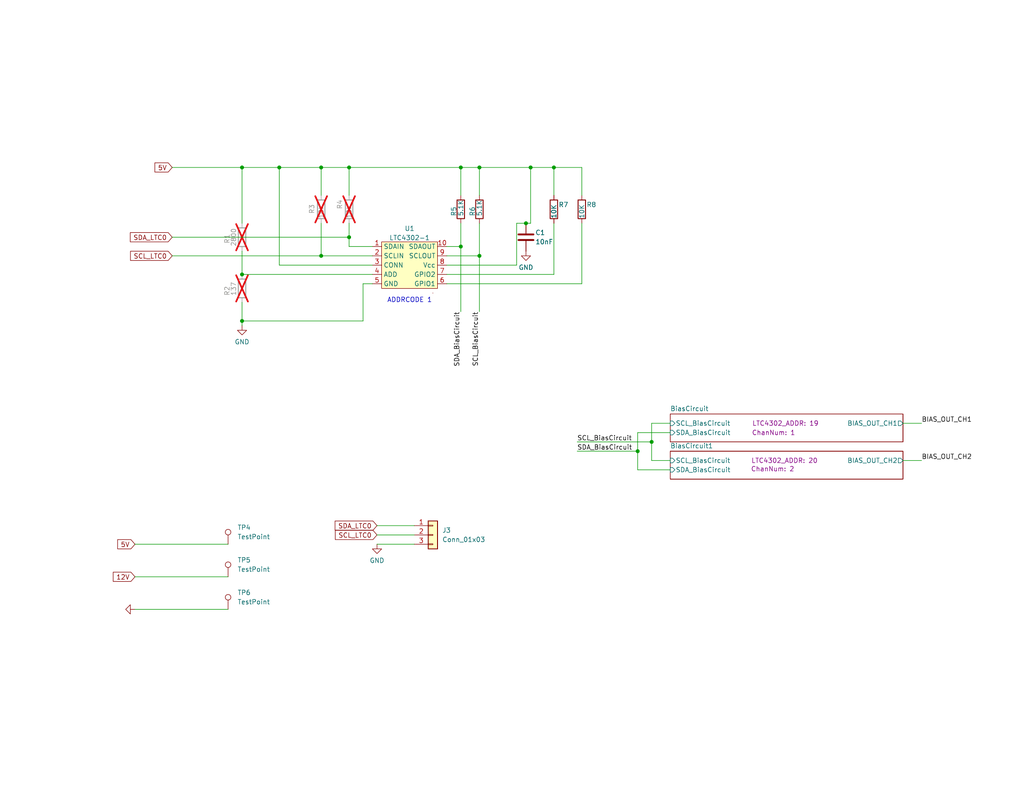
<source format=kicad_sch>
(kicad_sch (version 20250114) (generator "eeschema") (generator_version "9.0")
  (paper "USLetter")
  (title_block (rev "1"))
  (lib_symbols
    (symbol "ALPACA:10k" (pin_numbers (hide yes)) (pin_names (offset 0))
      (property "Reference" "R62" (at 1.905 0.635 0))
      (property "Value" "10k" (at 0 -2.54 90))
      (symbol "10k_0_1"
        (rectangle (start -1.016 -2.54) (end 1.016 2.54) (stroke (width 0.254)))
      )
      (symbol "10k_1_1"
        (pin passive line (at 0 3.81 270) (length 1.27) (name "~") (number "1"))
        (pin passive line (at 0 -3.81 90) (length 1.27) (name "~") (number "2"))
      )
    )
    (symbol "ALPACA:5.1k" (pin_numbers (hide yes)) (pin_names (offset 0))
      (property "Reference" "R65" (at -3.81 0.635 0))
      (property "Value" "5.1k" (at 0 -1.905 90))
      (symbol "5.1k_0_1"
        (rectangle (start -1.016 -2.54) (end 1.016 2.54) (stroke (width 0.254)))
      )
      (symbol "5.1k_1_1"
        (pin passive line (at 0 3.81 270) (length 1.27) (name "~") (number "1"))
        (pin passive line (at 0 -3.81 90) (length 1.27) (name "~") (number "2"))
      )
    )
    (symbol "ALPACA:LTC4302-1"
      (property "Reference" "U29" (at 0 7.459 0))
      (property "Value" "LTC4302-1" (at 0 4.9221 0))
      (symbol "LTC4302-1_0_1"
        (rectangle (start -7.62 3.81) (end 7.62 -8.89) (stroke (width 0.1524)) (fill (type background)))
        (rectangle (start 6.35 -10.16) (end 6.35 -10.16) (stroke (width 0.1524)))
        (rectangle (start 6.35 -10.16) (end 6.35 -10.16) (stroke (width 0.1524)))
      )
      (symbol "LTC4302-1_1_1"
        (pin input line (at -10.16 2.54 0) (length 2.54) (name "SDAIN") (number "1"))
        (pin input line (at -10.16 0 0) (length 2.54) (name "SCLIN") (number "2"))
        (pin input line (at -10.16 -2.54 0) (length 2.54) (name "CONN") (number "3"))
        (pin input line (at -10.16 -5.08 0) (length 2.54) (name "ADD") (number "4"))
        (pin passive line (at -10.16 -7.62 0) (length 2.54) (name "GND") (number "5"))
        (pin output line (at 10.16 2.54 180) (length 2.54) (name "SDAOUT") (number "10"))
        (pin output line (at 10.16 0 180) (length 2.54) (name "SCLOUT") (number "9"))
        (pin power_in line (at 10.16 -2.54 180) (length 2.54) (name "Vcc") (number "8"))
        (pin input line (at 10.16 -5.08 180) (length 2.54) (name "GPIO2") (number "7"))
        (pin input line (at 10.16 -7.62 180) (length 2.54) (name "GPIO1") (number "6"))
      )
    )
    (symbol "ALPACARepeaterLibrary:10nF" (pin_numbers (hide yes)) (pin_names (offset 0.254))
      (property "Reference" "C" (at 0.635 2.54 0))
      (property "Value" "10nF" (at 0.635 -2.54 0))
      (symbol "10nF_0_1"
        (polyline (pts (xy -2.032 0.762) (xy 2.032 0.762)) (stroke (width 0.508)))
        (polyline (pts (xy -2.032 -0.762) (xy 2.032 -0.762)) (stroke (width 0.508)))
      )
      (symbol "10nF_1_1"
        (pin passive line (at 0 3.81 270) (length 2.794) (name "~") (number "1"))
        (pin passive line (at 0 -3.81 90) (length 2.794) (name "~") (number "2"))
      )
    )
    (symbol "Connector:TestPoint" (pin_numbers (hide yes)) (pin_names (offset 0.762) (hide yes))
      (property "Reference" "TP" (at 0 6.858 0))
      (property "Value" "TestPoint" (at 0 5.08 0))
      (symbol "TestPoint_0_1"
        (circle (center 0 3.302) (radius 0.762))
      )
      (symbol "TestPoint_1_1"
        (pin passive line (at 0 0 90) (length 2.54) (name "1") (number "1"))
      )
    )
    (symbol "Connector_Generic:Conn_01x03" (pin_names (offset 1.016) (hide yes))
      (property "Reference" "J" (at 0 5.08 0))
      (property "Value" "Conn_01x03" (at 0 -5.08 0))
      (symbol "Conn_01x03_1_1"
        (rectangle (start -1.27 3.81) (end 1.27 -3.81) (stroke (width 0.254)) (fill (type background)))
        (rectangle (start -1.27 2.667) (end 0 2.413) (stroke (width 0.1524)))
        (rectangle (start -1.27 0.127) (end 0 -0.127) (stroke (width 0.1524)))
        (rectangle (start -1.27 -2.413) (end 0 -2.667) (stroke (width 0.1524)))
        (pin passive line (at -5.08 2.54 0) (length 3.81) (name "Pin_1") (number "1"))
        (pin passive line (at -5.08 0 0) (length 3.81) (name "Pin_2") (number "2"))
        (pin passive line (at -5.08 -2.54 0) (length 3.81) (name "Pin_3") (number "3"))
      )
    )
    (symbol "power:GND" (power) (pin_names (offset 0))
      (property "Value" "GND" (at 0 -3.81 0))
      (symbol "GND_0_1"
        (polyline (pts (xy 0 0) (xy 0 -1.27) (xy 1.27 -1.27) (xy 0 -2.54) (xy -1.27 -1.27) (xy 0 -1.27)))
      )
      (symbol "GND_1_1"
        (pin power_in line (at 0 0 270) (length 0) (hide yes) (name "GND") (number "1"))
      )
    )
  )
  (rectangle (start -66.802 152.146) (end -55.372 157.226))
  (rectangle (start -85.852 171.196) (end -35.052 197.866))
  (rectangle (start -66.802 176.276) (end -55.372 181.356))
  (rectangle (start -85.852 131.826) (end -35.052 158.496))
  (rectangle (start -66.802 191.516) (end -55.372 196.596))
  (rectangle (start -85.852 136.906) (end -74.422 141.986))
  (rectangle (start -85.852 176.276) (end -74.422 181.356))
  (rectangle (start -66.802 144.526) (end -55.372 149.606))
  (rectangle (start -66.802 183.896) (end -55.372 188.976))
  (rectangle (start -110.49 136.398) (end -99.06 141.478))
  (rectangle (start -66.802 136.906) (end -55.372 141.986))
  (rectangle (start -136.652 131.826) (end -98.552 144.526))
  (rectangle (start -140.462 125.476) (end -31.242 202.946))
  (text "Raspberry PI & \nDaughterboard" (at -129.032 135.636 0) (effects (font (size 1.27 1.27))))
  (text "SDA_LTC31\nSCL_LTC31" (at -61.214 194.564 0) (effects (font (size 1.27 1.27))))
  (text "SDA_LTC19\nSCL_LTC19" (at -61.214 179.324 0) (effects (font (size 1.27 1.27))))
  (text "SDA_LTC31\nSCL_LTC31" (at -61.214 155.194 0) (effects (font (size 1.27 1.27))))
  (text "SDA_LTC0\nSCL_LTC0" (at -104.902 139.446 0) (effects (font (size 1.27 1.27))))
  (text "SDA_LTC...\nSCL_LTC..." (at -61.214 147.574 0) (effects (font (size 1.27 1.27))))
  (text "SDA_LTCn\nSCL_LTCn" (at -80.772 178.816 0) (effects (font (size 1.27 1.27))))
  (text "BACKPLANE CARD n OF 18" (at -68.072 172.466 0) (effects (font (size 1.27 1.27))))
  (text "SDA_LTC19\nSCL_LTC19" (at -61.214 139.954 0) (effects (font (size 1.27 1.27))))
  (text "SDA_PI\nSCL_PI" (at -116.332 139.446 0) (effects (font (size 1.27 1.27))))
  (text "ADDRCODE 1" (at 111.76 82.042 0) (effects (font (size 1.27 1.27))))
  (text "BACKPLANE CARD 1 OF 18" (at -68.072 133.096 0) (effects (font (size 1.27 1.27))))
  (text "SDA_LTC1\nSCL_LTC1" (at -80.772 139.446 0) (effects (font (size 1.27 1.27))))
  (text "SERCOM" (at -134.62 128.27 0) (effects (font (size 1.27 1.27))))
  (text "SDA_LTC...\nSCL_LTC..." (at -61.214 186.944 0) (effects (font (size 1.27 1.27))))
  (text_box "bias circ. ..." (at -53.594 145.034 0) (size 16.51 3.81) (margins 0.9525 0.9525 0.9525 0.9525) (effects (font (size 1.27 1.27)) (justify left top)))
  (text_box "We're using a raspberry pi so all of our logic levels are going to be 3.3 volts\n\n-[X] Fix all of my net names.\n-[X] Make vccd 3.3 volts\n\nThe vreg is not 3.3, its 6 in an ideal world because of the DROP out voltage" (at -162.56 6.35 0) (size 132.08 96.52) (margins 0.9525 0.9525 0.9525 0.9525) (effects (font (size 1.905 1.905)) (justify left top)))
  (text_box "bias circ. ..." (at -53.594 184.404 0) (size 16.51 3.81) (margins 0.9525 0.9525 0.9525 0.9525) (effects (font (size 1.27 1.27)) (justify left top)))
  (text_box "bias circ. 12" (at -53.594 152.654 0) (size 16.51 3.81) (margins 0.9525 0.9525 0.9525 0.9525) (effects (font (size 1.27 1.27)) (justify left top)))
  (text_box "bias circ. 1" (at -53.594 176.784 0) (size 16.51 3.81) (margins 0.9525 0.9525 0.9525 0.9525) (effects (font (size 1.27 1.27)) (justify left top)))
  (text_box "bias circ. 12" (at -53.594 192.024 0) (size 16.51 3.81) (margins 0.9525 0.9525 0.9525 0.9525) (effects (font (size 1.27 1.27)) (justify left top)))
  (text_box "bias circ. 1" (at -53.594 137.414 0) (size 16.51 3.81) (margins 0.9525 0.9525 0.9525 0.9525) (effects (font (size 1.27 1.27)) (justify left top)))
  (junction (at 95.25 45.72))
  (junction (at 66.04 74.93))
  (junction (at 66.04 87.63))
  (junction (at 173.99 123.19))
  (junction (at 144.78 45.72))
  (junction (at 87.63 69.85))
  (junction (at 76.2 45.72))
  (junction (at 66.04 45.72))
  (junction (at 143.51 60.96))
  (junction (at 125.73 45.72))
  (junction (at 87.63 45.72))
  (junction (at 125.73 67.31))
  (junction (at 130.81 69.85))
  (junction (at 151.13 45.72))
  (junction (at 95.25 64.77))
  (junction (at 177.8 120.65))
  (junction (at 130.81 45.72))
  (wire (pts (xy 151.13 45.72) (xy 151.13 53.34)))
  (wire (pts (xy 173.99 118.11) (xy 173.99 123.19)))
  (wire (pts (xy 125.73 60.96) (xy 125.73 67.31)))
  (polyline (pts (xy -69.342 138.176) (xy -69.342 145.796)) (stroke (width 0) (type solid) (color 66 161 108 1)))
  (wire (pts (xy 158.75 45.72) (xy 151.13 45.72)))
  (wire (pts (xy 121.92 69.85) (xy 130.81 69.85)))
  (wire (pts (xy 95.25 53.34) (xy 95.25 45.72)))
  (polyline (pts (xy -71.882 155.956) (xy -66.802 155.956)) (stroke (width 0) (type solid) (color 136 61 205 1)))
  (wire (pts (xy 66.04 87.63) (xy 99.06 87.63)))
  (polyline (pts (xy -69.342 185.166) (xy -69.342 194.056)) (stroke (width 0) (type solid) (color 66 161 108 1)))
  (wire (pts (xy 158.75 53.34) (xy 158.75 45.72)))
  (wire (pts (xy 101.6 67.31) (xy 95.25 67.31)))
  (wire (pts (xy 102.87 146.05) (xy 113.03 146.05)))
  (wire (pts (xy 102.87 143.51) (xy 113.03 143.51)))
  (polyline (pts (xy -74.422 140.716) (xy -66.802 140.716)) (stroke (width 0) (type solid) (color 136 61 205 1)))
  (wire (pts (xy 46.99 45.72) (xy 66.04 45.72)))
  (polyline (pts (xy -69.342 194.056) (xy -66.802 194.056)) (stroke (width 0) (type solid) (color 66 161 108 1)))
  (wire (pts (xy 66.04 82.55) (xy 66.04 87.63)))
  (wire (pts (xy 66.04 74.93) (xy 101.6 74.93)))
  (polyline (pts (xy -90.932 138.176) (xy -90.932 177.546)))
  (wire (pts (xy 66.04 45.72) (xy 76.2 45.72)))
  (wire (pts (xy 177.8 125.73) (xy 177.8 120.65)))
  (wire (pts (xy 182.88 125.73) (xy 177.8 125.73)))
  (polyline (pts (xy -71.882 187.706) (xy -71.882 195.326)) (stroke (width 0) (type solid) (color 136 61 205 1)))
  (polyline (pts (xy -96.012 180.086) (xy -85.852 180.086)))
  (polyline (pts (xy -71.882 148.336) (xy -66.802 148.336)) (stroke (width 0) (type solid) (color 136 61 205 1)))
  (wire (pts (xy 158.75 77.47) (xy 158.75 60.96)))
  (polyline (pts (xy -69.342 145.796) (xy -69.342 154.686)) (stroke (width 0) (type solid) (color 66 161 108 1)))
  (wire (pts (xy 76.2 45.72) (xy 87.63 45.72)))
  (wire (pts (xy 36.83 148.59) (xy 62.23 148.59)))
  (wire (pts (xy 130.81 53.34) (xy 130.81 45.72)))
  (wire (pts (xy 143.51 60.96) (xy 144.78 60.96)))
  (wire (pts (xy 102.87 148.59) (xy 113.03 148.59)))
  (wire (pts (xy 125.73 45.72) (xy 125.73 53.34)))
  (polyline (pts (xy -69.342 177.546) (xy -69.342 185.166)) (stroke (width 0) (type solid) (color 66 161 108 1)))
  (wire (pts (xy 177.8 115.57) (xy 177.8 120.65)))
  (wire (pts (xy 151.13 60.96) (xy 151.13 74.93)))
  (wire (pts (xy 87.63 45.72) (xy 87.63 53.34)))
  (polyline (pts (xy -71.882 148.336) (xy -71.882 155.956)) (stroke (width 0) (type solid) (color 136 61 205 1)))
  (wire (pts (xy 144.78 45.72) (xy 151.13 45.72)))
  (polyline (pts (xy -66.802 180.086) (xy -66.802 181.356)))
  (polyline (pts (xy -71.882 195.326) (xy -66.802 195.326)) (stroke (width 0) (type solid) (color 136 61 205 1)))
  (wire (pts (xy 95.25 67.31) (xy 95.25 64.77)))
  (polyline (pts (xy -66.802 140.716) (xy -66.802 141.986)))
  (polyline (pts (xy -99.822 140.716) (xy -84.582 140.716)))
  (wire (pts (xy 66.04 68.58) (xy 66.04 74.93)))
  (wire (pts (xy 130.81 69.85) (xy 130.81 85.09)))
  (polyline (pts (xy -71.882 140.716) (xy -71.882 148.336)) (stroke (width 0) (type solid) (color 136 61 205 1)))
  (wire (pts (xy 87.63 45.72) (xy 95.25 45.72)))
  (wire (pts (xy 36.83 166.37) (xy 62.23 166.37)))
  (polyline (pts (xy -74.422 138.176) (xy -66.802 138.176)) (stroke (width 0) (type solid) (color 66 161 108 1)))
  (wire (pts (xy 246.38 125.73) (xy 251.46 125.73)))
  (wire (pts (xy 173.99 123.19) (xy 173.99 128.27)))
  (wire (pts (xy 130.81 60.96) (xy 130.81 69.85)))
  (wire (pts (xy 66.04 87.63) (xy 66.04 88.9)))
  (polyline (pts (xy -69.342 145.796) (xy -66.802 145.796)) (stroke (width 0) (type solid) (color 66 161 108 1)))
  (wire (pts (xy 177.8 115.57) (xy 182.88 115.57)))
  (wire (pts (xy 140.97 60.96) (xy 140.97 72.39)))
  (polyline (pts (xy -69.342 154.686) (xy -66.802 154.686)) (stroke (width 0) (type solid) (color 66 161 108 1)))
  (polyline (pts (xy -71.882 187.706) (xy -66.802 187.706)) (stroke (width 0) (type solid) (color 136 61 205 1)))
  (wire (pts (xy 125.73 67.31) (xy 125.73 85.09)))
  (wire (pts (xy 99.06 77.47) (xy 99.06 87.63)))
  (wire (pts (xy 140.97 72.39) (xy 121.92 72.39)))
  (wire (pts (xy 121.92 77.47) (xy 158.75 77.47)))
  (wire (pts (xy 173.99 128.27) (xy 182.88 128.27)))
  (wire (pts (xy 36.83 157.48) (xy 62.23 157.48)))
  (wire (pts (xy 140.97 60.96) (xy 143.51 60.96)))
  (polyline (pts (xy -69.342 185.166) (xy -66.802 185.166)) (stroke (width 0) (type solid) (color 66 161 108 1)))
  (wire (pts (xy 46.99 64.77) (xy 95.25 64.77)))
  (wire (pts (xy 76.2 72.39) (xy 76.2 45.72)))
  (polyline (pts (xy -96.012 140.716) (xy -96.012 180.086)))
  (wire (pts (xy 95.25 45.72) (xy 125.73 45.72)))
  (wire (pts (xy 144.78 60.96) (xy 144.78 45.72)))
  (polyline (pts (xy -99.822 138.176) (xy -84.582 138.176)))
  (wire (pts (xy 251.46 115.57) (xy 246.38 115.57)))
  (wire (pts (xy 125.73 45.72) (xy 130.81 45.72)))
  (wire (pts (xy 87.63 60.96) (xy 87.63 69.85)))
  (polyline (pts (xy -74.422 177.546) (xy -66.802 177.546)) (stroke (width 0) (type solid) (color 66 161 108 1)))
  (polyline (pts (xy -74.422 180.086) (xy -66.802 180.086)) (stroke (width 0) (type solid) (color 136 61 205 1)))
  (wire (pts (xy 99.06 77.47) (xy 101.6 77.47)))
  (wire (pts (xy 130.81 45.72) (xy 144.78 45.72)))
  (wire (pts (xy 173.99 118.11) (xy 182.88 118.11)))
  (wire (pts (xy 121.92 67.31) (xy 125.73 67.31)))
  (wire (pts (xy 95.25 64.77) (xy 95.25 60.96)))
  (wire (pts (xy 157.48 120.65) (xy 177.8 120.65)))
  (wire (pts (xy 157.48 123.19) (xy 173.99 123.19)))
  (wire (pts (xy 101.6 72.39) (xy 76.2 72.39)))
  (wire (pts (xy 46.99 69.85) (xy 87.63 69.85)))
  (polyline (pts (xy -71.882 180.086) (xy -71.882 187.706)) (stroke (width 0) (type solid) (color 136 61 205 1)))
  (wire (pts (xy 87.63 69.85) (xy 101.6 69.85)))
  (wire (pts (xy 66.04 45.72) (xy 66.04 60.96)))
  (polyline (pts (xy -90.932 177.546) (xy -85.852 177.546)))
  (wire (pts (xy 121.92 74.93) (xy 151.13 74.93)))
  (label "SCL_BiasCircuit" (at 130.81 85.09 270))
  (label "SCL_BiasCircuit" (at 157.48 120.65 0))
  (label "BIAS_OUT_CH1" (at 251.46 115.57 0))
  (label "SDA_BiasCircuit" (at 125.73 85.09 270))
  (label "SDA_BiasCircuit" (at 157.48 123.19 0))
  (label "BIAS_OUT_CH2" (at 251.46 125.73 0))
  (global_label "SDA_LTC0" (shape input) (at 46.99 64.77 180) (property "Intersheetrefs" "${INTERSHEET_REFS}" (effects (hide yes))))
  (global_label "SDA_LTC0" (shape input) (at 102.87 143.51 180) (property "Intersheetrefs" "${INTERSHEET_REFS}" (effects (hide yes))))
  (global_label "SCL_LTC0" (shape input) (at 46.99 69.85 180) (property "Intersheetrefs" "${INTERSHEET_REFS}" (effects (hide yes))))
  (global_label "5V" (shape input) (at 36.83 148.59 180) (property "Intersheetrefs" "${INTERSHEET_REFS}" (effects (hide yes))))
  (global_label "SCL_LTC0" (shape input) (at 102.87 146.05 180) (property "Intersheetrefs" "${INTERSHEET_REFS}" (effects (hide yes))))
  (global_label "12V" (shape input) (at 36.83 157.48 180) (property "Intersheetrefs" "${INTERSHEET_REFS}" (effects (hide yes))))
  (global_label "5V" (shape input) (at 46.99 45.72 180) (property "Intersheetrefs" "${INTERSHEET_REFS}" (effects (hide yes))))
  (symbol (lib_id "ALPACA:5.1k") (at 130.81 57.15 0) (unit 1)
    (property "Reference" "R6" (at 128.905 59.055 90) (effects (justify left)))
    (property "Value" "5.1K" (at 130.81 59.055 90) (effects (justify left)))
    (property "Footprint" "Resistor_SMD:R_0603_1608Metric" (effects (hide yes)))
    (property "Datasheet" "https://www.digikey.com/en/products/detail/panasonic-electronic-components/ERJ-3EKF5101V/1746427" (effects (hide yes)))
    (property "LCSC Part #" "ERJ-3EKF5101V" (effects (hide yes)))
  )
  (symbol (lib_id "Connector:TestPoint") (at 62.23 157.48 0) (unit 1)
    (property "Reference" "TP5" (at 64.77 152.9079 0) (effects (justify left)))
    (property "Value" "TestPoint" (at 64.77 155.4479 0) (effects (justify left)))
    (property "Footprint" "TestPoint:TestPoint_Keystone_5005-5009_Compact" (effects (hide yes)))
    (property "Datasheet" "https://www.mouser.com/ProductDetail/Keystone-Electronics/5006?qs=q0tsjPZWdm99DN5QVOwb8g%3D%3D" (effects (hide yes)))
    (property "Description" "test point" (effects (hide yes)))
    (property "Mouser" "534-5006 " (effects (hide yes)))
    (property "LCSC Part #" "5006" (effects (hide yes)))
  )
  (symbol (lib_id "power:GND") (at 36.83 166.37 270) (unit 1)
    (property "Reference" "#PWR024" (effects (hide yes)))
    (property "Value" "GND" (effects (hide yes)))
  )
  (symbol (lib_id "power:GND") (at 102.87 148.59 0) (unit 1)
    (property "Reference" "#PWR025" (effects (hide yes)))
    (property "Value" "GND" (at 102.87 153.0334 0))
  )
  (symbol (lib_id "ALPACA:LTC4302-1") (at 111.76 69.85 0) (unit 1)
    (property "Reference" "U1" (at 111.76 62.391 0))
    (property "Value" "LTC4302-1" (at 111.76 64.9279 0))
    (property "Footprint" "Package_SO:MSOP-10_3x3mm_P0.5mm" (effects (hide yes)))
    (property "Datasheet" "https://www.analog.com/media/en/technical-documentation/data-sheets/4302fs.pdf" (effects (hide yes)))
    (property "Link" "https://www.mouser.com/ProductDetail/Analog-Devices/LTC4302CMS-1PBF?qs=hVkxg5c3xu%252Bw9pR4r9Tpog%3D%3D" (effects (hide yes)))
    (property "Digikey" "505-LT3080IST#PBF-ND" (effects (hide yes)))
    (property "LCSC Part #" "LTC4302CMS-1#PBF" (effects (hide yes)))
  )
  (symbol (lib_id "ALPACARepeaterLibrary:10nF") (at 143.51 64.77 180) (unit 1)
    (property "Reference" "C1" (at 146.05 63.5 0) (effects (justify right)))
    (property "Value" "10nF" (at 146.05 66.04 0) (effects (justify right)))
    (property "Footprint" "Capacitor_SMD:C_0402_1005Metric" (effects (hide yes)))
    (property "Datasheet" "https://www.mouser.com/ProductDetail/KYOCERA-AVX/04025Z103KAT2A?qs=sGAEpiMZZMukHu%252BjC5l7YfEq5W2hefEsZEIE60dvsfE%3D" (effects (hide yes)))
    (property "Mouser" "581-04025Z103KAT2A " (effects (hide yes)))
    (property "LCSC Part #" "04025Z103KAT2A" (effects (hide yes)))
  )
  (symbol (lib_id "Connector:TestPoint") (at 62.23 166.37 0) (unit 1)
    (property "Reference" "TP6" (at 64.77 161.7979 0) (effects (justify left)))
    (property "Value" "TestPoint" (at 64.77 164.3379 0) (effects (justify left)))
    (property "Footprint" "TestPoint:TestPoint_Keystone_5005-5009_Compact" (effects (hide yes)))
    (property "Datasheet" "https://www.mouser.com/ProductDetail/Keystone-Electronics/5006?qs=q0tsjPZWdm99DN5QVOwb8g%3D%3D" (effects (hide yes)))
    (property "Description" "test point" (effects (hide yes)))
    (property "Mouser" "534-5006 " (effects (hide yes)))
    (property "LCSC Part #" "5006" (effects (hide yes)))
  )
  (symbol (lib_id "Connector_Generic:Conn_01x03") (at 118.11 146.05 0) (unit 1)
    (property "Reference" "J3" (at 120.65 144.7799 0) (effects (justify left)))
    (property "Value" "Conn_01x03" (at 120.65 147.3199 0) (effects (justify left)))
    (property "Footprint" "Connector_PinHeader_2.54mm:PinHeader_1x03_P2.54mm_Vertical" (effects (hide yes)))
    (property "Description" "Generic connector, single row, 01x03, script generated (kicad-library-utils/schlib/autogen/connector/)" (effects (hide yes)))
  )
  (symbol (lib_id "ALPACA:10k") (at 66.04 64.77 0) (unit 1) (dnp yes)
    (property "Reference" "R1" (at 61.976 66.548 90) (effects (justify left)))
    (property "Value" "2800" (at 63.754 67.31 90) (effects (justify left)))
    (property "Footprint" "Resistor_SMD:R_0603_1608Metric" (effects (hide yes)))
    (property "Datasheet" "https://www.mouser.com/ProductDetail/TE-Connectivity-Holsworthy/RA73F1J2K8BTDF?qs=sGAEpiMZZMtlubZbdhIBIJBDgjsVQBFlHZASoktwSuo%3D" (effects (hide yes)))
    (property "Mouser" "279-RA73F1J2K8BTDF" (effects (hide yes)))
    (property "LCSC Part #" "RA73F1J2K8BTDF" (effects (hide yes)))
  )
  (symbol (lib_id "power:GND") (at 143.51 68.58 0) (unit 1)
    (property "Reference" "#PWR02" (effects (hide yes)))
    (property "Value" "GND" (at 143.51 73.0234 0))
  )
  (symbol (lib_id "ALPACA:10k") (at 95.25 57.15 0) (unit 1) (dnp yes)
    (property "Reference" "R4" (at 92.71 57.15 90) (effects (justify left)))
    (property "Value" "10K" (at 95.25 59.69 90) (effects (justify left)))
    (property "Footprint" "Resistor_SMD:R_0603_1608Metric" (effects (hide yes)))
    (property "Datasheet" "https://www.digikey.com/en/products/detail/stackpole-electronics-inc/RNCF0603TKY10K0/2269698" (effects (hide yes)))
    (property "LCSC Part #" "RNCF0603TKY10K0" (effects (hide yes)))
  )
  (symbol (lib_id "ALPACA:5.1k") (at 125.73 57.15 0) (unit 1)
    (property "Reference" "R5" (at 123.825 59.055 90) (effects (justify left)))
    (property "Value" "5.1K" (at 125.73 59.055 90) (effects (justify left)))
    (property "Footprint" "Resistor_SMD:R_0603_1608Metric" (effects (hide yes)))
    (property "Datasheet" "https://www.digikey.com/en/products/detail/panasonic-electronic-components/ERJ-3EKF5101V/1746427" (effects (hide yes)))
    (property "LCSC Part #" "ERJ-3EKF5101V" (effects (hide yes)))
  )
  (symbol (lib_id "ALPACA:10k") (at 66.04 78.74 0) (unit 1) (dnp yes)
    (property "Reference" "R2" (at 61.976 80.772 90) (effects (justify left)))
    (property "Value" "137" (at 63.754 80.772 90) (effects (justify left)))
    (property "Footprint" "Resistor_SMD:R_0603_1608Metric" (effects (hide yes)))
    (property "Datasheet" "https://www.mouser.com/ProductDetail/Panasonic/ERA-3VEB1370V?qs=sGAEpiMZZMtG0KNrPCHnjcm3Ue9w12BKIxz%2FIKTaU8K%252BIRCCM13wKg%3D%3D" (effects (hide yes)))
    (property "Mouser" "667-ERA-3VEB1370V" (effects (hide yes)))
    (property "LCSC Part #" " ERA-3VEB1370V" (effects (hide yes)))
  )
  (symbol (lib_id "Connector:TestPoint") (at 62.23 148.59 0) (unit 1)
    (property "Reference" "TP4" (at 64.77 144.0179 0) (effects (justify left)))
    (property "Value" "TestPoint" (at 64.77 146.5579 0) (effects (justify left)))
    (property "Footprint" "TestPoint:TestPoint_Keystone_5005-5009_Compact" (effects (hide yes)))
    (property "Datasheet" "https://www.mouser.com/ProductDetail/Keystone-Electronics/5006?qs=q0tsjPZWdm99DN5QVOwb8g%3D%3D" (effects (hide yes)))
    (property "Description" "test point" (effects (hide yes)))
    (property "Mouser" "534-5006 " (effects (hide yes)))
    (property "LCSC Part #" "5006" (effects (hide yes)))
  )
  (symbol (lib_id "ALPACA:10k") (at 158.75 57.15 0) (unit 1)
    (property "Reference" "R8" (at 160.02 55.88 0) (effects (justify left)))
    (property "Value" "10K" (at 158.75 59.69 90) (effects (justify left)))
    (property "Footprint" "Resistor_SMD:R_0603_1608Metric" (effects (hide yes)))
    (property "Datasheet" "https://www.digikey.com/en/products/detail/stackpole-electronics-inc/RNCF0603TKY10K0/2269698" (effects (hide yes)))
    (property "LCSC Part #" "RNCF0603TKY10K0" (effects (hide yes)))
  )
  (symbol (lib_id "power:GND") (at 66.04 88.9 0) (unit 1)
    (property "Reference" "#PWR01" (effects (hide yes)))
    (property "Value" "GND" (at 66.04 93.3434 0))
  )
  (symbol (lib_id "ALPACA:10k") (at 151.13 57.15 0) (unit 1)
    (property "Reference" "R7" (at 152.4 55.88 0) (effects (justify left)))
    (property "Value" "10K" (at 151.13 59.69 90) (effects (justify left)))
    (property "Footprint" "Resistor_SMD:R_0603_1608Metric" (effects (hide yes)))
    (property "Datasheet" "https://www.digikey.com/en/products/detail/stackpole-electronics-inc/RNCF0603TKY10K0/2269698" (effects (hide yes)))
    (property "LCSC Part #" "RNCF0603TKY10K0" (effects (hide yes)))
  )
  (symbol (lib_id "ALPACA:10k") (at 87.63 57.15 0) (unit 1) (dnp yes)
    (property "Reference" "R3" (at 85.09 58.42 90) (effects (justify left)))
    (property "Value" "10K" (at 87.63 59.69 90) (effects (justify left)))
    (property "Footprint" "Resistor_SMD:R_0603_1608Metric" (effects (hide yes)))
    (property "Datasheet" "https://www.digikey.com/en/products/detail/stackpole-electronics-inc/RNCF0603TKY10K0/2269698" (effects (hide yes)))
    (property "LCSC Part #" "RNCF0603TKY10K0" (effects (hide yes)))
  )
  (sheet (at 182.88 113.03) (size 63.5 7.62) (stroke (width 0.1524))
    (property "Sheetname" "BiasCircuit" (at 182.88 112.3184 0) (effects (justify left bottom)))
    (property "Sheetfile" "BiasCircuit.kicad_sch" (effects (hide yes)))
    (property "LTC4302_ADDR" "19" (at 205.232 115.57 0) (show_name yes) (effects (justify left)))
    (property "ChanNum" "1" (at 211.074 118.11 0) (show_name yes))
    (pin "SCL_BiasCircuit" input (at 182.88 115.57 180))
    (pin "SDA_BiasCircuit" input (at 182.88 118.11 180))
    (pin "BIAS_OUT_CH${ChanNum}" output (at 246.38 115.57 0))
  )
  (sheet (at 182.88 123.19) (size 63.5 7.62) (stroke (width 0.1524))
    (property "Sheetname" "BiasCircuit1" (at 182.88 122.4784 0) (effects (justify left bottom)))
    (property "Sheetfile" "BiasCircuit.kicad_sch" (effects (hide yes)))
    (property "LTC4302_ADDR" "20" (at 204.978 125.73 0) (show_name yes) (effects (justify left)))
    (property "ChanNum" "2" (at 210.82 128.016 0) (show_name yes))
    (pin "SCL_BiasCircuit" input (at 182.88 125.73 180))
    (pin "SDA_BiasCircuit" input (at 182.88 128.27 180))
    (pin "BIAS_OUT_CH${ChanNum}" output (at 246.38 125.73 0))
  )
)
</source>
